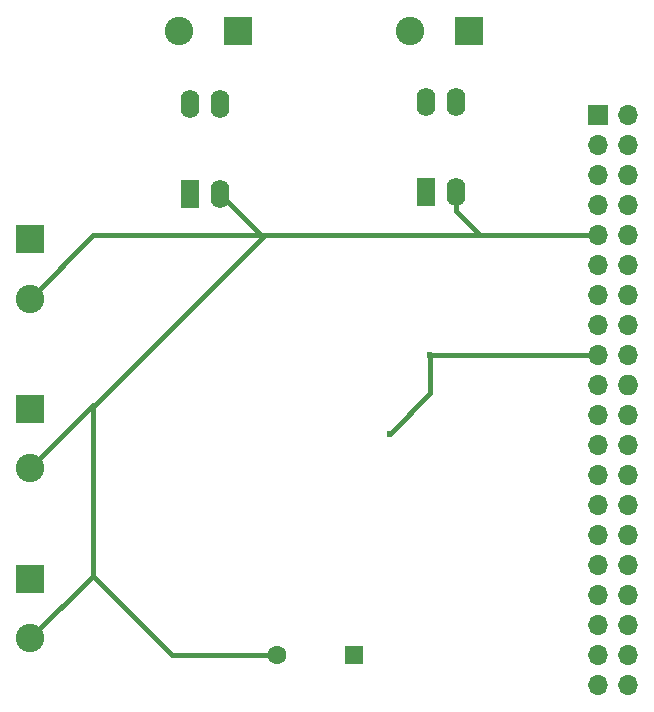
<source format=gbl>
G04 #@! TF.FileFunction,Copper,L2,Bot,Signal*
%FSLAX46Y46*%
G04 Gerber Fmt 4.6, Leading zero omitted, Abs format (unit mm)*
G04 Created by KiCad (PCBNEW 4.0.7) date Fri Feb  2 23:20:03 2018*
%MOMM*%
%LPD*%
G01*
G04 APERTURE LIST*
%ADD10C,0.100000*%
%ADD11R,1.700000X1.700000*%
%ADD12O,1.700000X1.700000*%
%ADD13O,1.727200X1.727200*%
%ADD14R,1.600000X1.600000*%
%ADD15C,1.600000*%
%ADD16R,2.413000X2.413000*%
%ADD17C,2.413000*%
%ADD18R,1.600000X2.400000*%
%ADD19O,1.600000X2.400000*%
%ADD20C,0.600000*%
%ADD21C,0.250000*%
%ADD22C,0.400000*%
G04 APERTURE END LIST*
D10*
D11*
X167513000Y-69469000D03*
D12*
X170053000Y-69469000D03*
X167513000Y-72009000D03*
X170053000Y-72009000D03*
X167513000Y-74549000D03*
X170053000Y-74549000D03*
X167513000Y-77089000D03*
X170053000Y-77089000D03*
X167513000Y-79629000D03*
X170053000Y-79629000D03*
X167513000Y-82169000D03*
X170053000Y-82169000D03*
X167513000Y-84709000D03*
X170053000Y-84709000D03*
X167513000Y-87249000D03*
X170053000Y-87249000D03*
X167513000Y-89789000D03*
X170053000Y-89789000D03*
X167513000Y-92329000D03*
D13*
X170053000Y-92329000D03*
D12*
X167513000Y-94869000D03*
X170053000Y-94869000D03*
X167513000Y-97409000D03*
X170053000Y-97409000D03*
X167513000Y-99949000D03*
X170053000Y-99949000D03*
X167513000Y-102489000D03*
X170053000Y-102489000D03*
X167513000Y-105029000D03*
X170053000Y-105029000D03*
X167513000Y-107569000D03*
X170053000Y-107569000D03*
X167513000Y-110109000D03*
X170053000Y-110109000D03*
X167513000Y-112649000D03*
X170053000Y-112649000D03*
X167513000Y-115189000D03*
X170053000Y-115189000D03*
X167513000Y-117729000D03*
X170053000Y-117729000D03*
D14*
X146862800Y-115214400D03*
D15*
X140362800Y-115214400D03*
D16*
X156565600Y-62382400D03*
D17*
X151565600Y-62382400D03*
D16*
X137007600Y-62357000D03*
D17*
X132007600Y-62357000D03*
D16*
X119405400Y-80010000D03*
D17*
X119405400Y-85010000D03*
D16*
X119456200Y-108788200D03*
D17*
X119456200Y-113788200D03*
D16*
X119405400Y-94335600D03*
D17*
X119405400Y-99335600D03*
D18*
X152908000Y-76022200D03*
D19*
X155448000Y-68402200D03*
X155448000Y-76022200D03*
X152908000Y-68402200D03*
D18*
X132994400Y-76200000D03*
D19*
X135534400Y-68580000D03*
X135534400Y-76200000D03*
X132994400Y-68580000D03*
D20*
X149860000Y-96443800D03*
X153289000Y-89789000D03*
D21*
X167513000Y-77089000D02*
X167005000Y-77089000D01*
D22*
X140362800Y-115214400D02*
X131470400Y-115214400D01*
X131470400Y-115214400D02*
X124724800Y-108468800D01*
X124724800Y-94081600D02*
X124866400Y-94081600D01*
X124724800Y-108519600D02*
X124724800Y-108468800D01*
X124724800Y-108468800D02*
X124724800Y-94081600D01*
X124866400Y-94081600D02*
X139319000Y-79629000D01*
X138938000Y-79629000D02*
X138938000Y-79603600D01*
X138938000Y-79603600D02*
X135534400Y-76200000D01*
X157505400Y-79629000D02*
X139319000Y-79629000D01*
X139319000Y-79629000D02*
X138938000Y-79629000D01*
X138938000Y-79629000D02*
X124786400Y-79629000D01*
X124786400Y-79629000D02*
X119405400Y-85010000D01*
X119405400Y-85010000D02*
X119434600Y-85010000D01*
X124724800Y-108519600D02*
X119456200Y-113788200D01*
X124724800Y-94016200D02*
X119405400Y-99335600D01*
X155448000Y-76022200D02*
X155448000Y-77571600D01*
X155448000Y-77571600D02*
X157505400Y-79629000D01*
X167513000Y-79629000D02*
X157505400Y-79629000D01*
X153289000Y-89789000D02*
X153289000Y-93014800D01*
X153289000Y-93014800D02*
X149860000Y-96443800D01*
X167513000Y-89789000D02*
X153289000Y-89789000D01*
M02*

</source>
